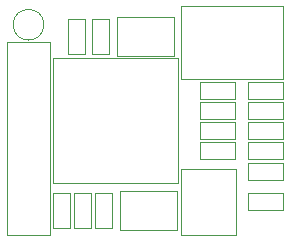
<source format=gbr>
%TF.GenerationSoftware,KiCad,Pcbnew,6.0.0-d3dd2cf0fa~116~ubuntu20.04.1*%
%TF.CreationDate,2022-01-27T11:36:16+01:00*%
%TF.ProjectId,ex00,65783030-2e6b-4696-9361-645f70636258,rev?*%
%TF.SameCoordinates,Original*%
%TF.FileFunction,Other,User*%
%FSLAX46Y46*%
G04 Gerber Fmt 4.6, Leading zero omitted, Abs format (unit mm)*
G04 Created by KiCad (PCBNEW 6.0.0-d3dd2cf0fa~116~ubuntu20.04.1) date 2022-01-27 11:36:16*
%MOMM*%
%LPD*%
G01*
G04 APERTURE LIST*
%ADD10C,0.050000*%
G04 APERTURE END LIST*
D10*
%TO.C,H1*%
X62514000Y-73152000D02*
G75*
G03*
X62514000Y-73152000I-1300000J0D01*
G01*
%TO.C,C2*%
X79800000Y-87408000D02*
X82760000Y-87408000D01*
X82760000Y-88868000D02*
X79800000Y-88868000D01*
X79800000Y-88868000D02*
X79800000Y-87408000D01*
X82760000Y-87408000D02*
X82760000Y-88868000D01*
%TO.C,C5*%
X66516000Y-87420000D02*
X66516000Y-90380000D01*
X65056000Y-87420000D02*
X66516000Y-87420000D01*
X65056000Y-90380000D02*
X65056000Y-87420000D01*
X66516000Y-90380000D02*
X65056000Y-90380000D01*
%TO.C,R2*%
X66834000Y-90380000D02*
X66834000Y-87420000D01*
X66834000Y-87420000D02*
X68294000Y-87420000D01*
X68294000Y-90380000D02*
X66834000Y-90380000D01*
X68294000Y-87420000D02*
X68294000Y-90380000D01*
%TO.C,D3*%
X75736000Y-81163333D02*
X75736000Y-79703333D01*
X78696000Y-79703333D02*
X78696000Y-81163333D01*
X78696000Y-81163333D02*
X75736000Y-81163333D01*
X75736000Y-79703333D02*
X78696000Y-79703333D01*
%TO.C,D1*%
X75736000Y-83090000D02*
X78696000Y-83090000D01*
X78696000Y-84550000D02*
X75736000Y-84550000D01*
X75736000Y-84550000D02*
X75736000Y-83090000D01*
X78696000Y-83090000D02*
X78696000Y-84550000D01*
%TO.C,U1*%
X63280000Y-86580000D02*
X73880000Y-86580000D01*
X73880000Y-86580000D02*
X73880000Y-75980000D01*
X63280000Y-75980000D02*
X73880000Y-75980000D01*
X63280000Y-86580000D02*
X63280000Y-75980000D01*
%TO.C,D2*%
X75736000Y-81396666D02*
X78696000Y-81396666D01*
X75736000Y-82856666D02*
X75736000Y-81396666D01*
X78696000Y-82856666D02*
X75736000Y-82856666D01*
X78696000Y-81396666D02*
X78696000Y-82856666D01*
%TO.C,J1*%
X59414000Y-90954000D02*
X63014000Y-90954000D01*
X63014000Y-90954000D02*
X63014000Y-74654000D01*
X63014000Y-74654000D02*
X59414000Y-74654000D01*
X59414000Y-74654000D02*
X59414000Y-90954000D01*
%TO.C,J2*%
X82796000Y-77746000D02*
X82796000Y-71596000D01*
X74146000Y-71596000D02*
X74146000Y-77746000D01*
X82796000Y-71596000D02*
X74146000Y-71596000D01*
X74146000Y-77746000D02*
X82796000Y-77746000D01*
%TO.C,C3*%
X66008000Y-75648000D02*
X64548000Y-75648000D01*
X66008000Y-72688000D02*
X66008000Y-75648000D01*
X64548000Y-75648000D02*
X64548000Y-72688000D01*
X64548000Y-72688000D02*
X66008000Y-72688000D01*
%TO.C,C4*%
X63278000Y-87420000D02*
X64738000Y-87420000D01*
X64738000Y-90380000D02*
X63278000Y-90380000D01*
X64738000Y-87420000D02*
X64738000Y-90380000D01*
X63278000Y-90380000D02*
X63278000Y-87420000D01*
%TO.C,R4*%
X79800000Y-81396666D02*
X82760000Y-81396666D01*
X82760000Y-81396666D02*
X82760000Y-82856666D01*
X82760000Y-82856666D02*
X79800000Y-82856666D01*
X79800000Y-82856666D02*
X79800000Y-81396666D01*
%TO.C,R6*%
X82760000Y-79470000D02*
X79800000Y-79470000D01*
X82760000Y-78010000D02*
X82760000Y-79470000D01*
X79800000Y-79470000D02*
X79800000Y-78010000D01*
X79800000Y-78010000D02*
X82760000Y-78010000D01*
%TO.C,C1*%
X79800000Y-86328000D02*
X79800000Y-84868000D01*
X79800000Y-84868000D02*
X82760000Y-84868000D01*
X82760000Y-86328000D02*
X79800000Y-86328000D01*
X82760000Y-84868000D02*
X82760000Y-86328000D01*
%TO.C,D4*%
X78696000Y-78010000D02*
X78696000Y-79470000D01*
X78696000Y-79470000D02*
X75736000Y-79470000D01*
X75736000Y-78010000D02*
X78696000Y-78010000D01*
X75736000Y-79470000D02*
X75736000Y-78010000D01*
%TO.C,SW1*%
X68720000Y-75818000D02*
X73520000Y-75818000D01*
X73520000Y-72518000D02*
X68720000Y-72518000D01*
X73520000Y-75818000D02*
X73520000Y-72518000D01*
X68720000Y-72518000D02*
X68720000Y-75818000D01*
%TO.C,R1*%
X66580000Y-72688000D02*
X68040000Y-72688000D01*
X66580000Y-75648000D02*
X66580000Y-72688000D01*
X68040000Y-75648000D02*
X66580000Y-75648000D01*
X68040000Y-72688000D02*
X68040000Y-75648000D01*
%TO.C,R5*%
X82760000Y-79703333D02*
X82760000Y-81163333D01*
X79800000Y-81163333D02*
X79800000Y-79703333D01*
X79800000Y-79703333D02*
X82760000Y-79703333D01*
X82760000Y-81163333D02*
X79800000Y-81163333D01*
%TO.C,R3*%
X82760000Y-83090000D02*
X82760000Y-84550000D01*
X82760000Y-84550000D02*
X79800000Y-84550000D01*
X79800000Y-83090000D02*
X82760000Y-83090000D01*
X79800000Y-84550000D02*
X79800000Y-83090000D01*
%TO.C,SW2*%
X68974000Y-90550000D02*
X73774000Y-90550000D01*
X68974000Y-87250000D02*
X68974000Y-90550000D01*
X73774000Y-87250000D02*
X68974000Y-87250000D01*
X73774000Y-90550000D02*
X73774000Y-87250000D01*
%TO.C,Y1*%
X78754000Y-85338000D02*
X74154000Y-85338000D01*
X74154000Y-90938000D02*
X78754000Y-90938000D01*
X78754000Y-90938000D02*
X78754000Y-85338000D01*
X74154000Y-85338000D02*
X74154000Y-90938000D01*
%TD*%
M02*

</source>
